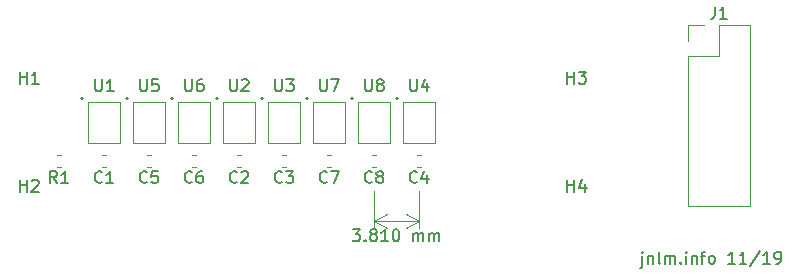
<source format=gto>
G04 #@! TF.GenerationSoftware,KiCad,Pcbnew,5.1.4-e60b266~84~ubuntu18.04.1*
G04 #@! TF.CreationDate,2019-11-10T13:24:48-08:00*
G04 #@! TF.ProjectId,mic,6d69632e-6b69-4636-9164-5f7063625858,rev?*
G04 #@! TF.SameCoordinates,Original*
G04 #@! TF.FileFunction,Legend,Top*
G04 #@! TF.FilePolarity,Positive*
%FSLAX46Y46*%
G04 Gerber Fmt 4.6, Leading zero omitted, Abs format (unit mm)*
G04 Created by KiCad (PCBNEW 5.1.4-e60b266~84~ubuntu18.04.1) date 2019-11-10 13:24:48*
%MOMM*%
%LPD*%
G04 APERTURE LIST*
%ADD10C,0.150000*%
%ADD11C,0.120000*%
G04 APERTURE END LIST*
D10*
X170037857Y-112180714D02*
X170037857Y-113037857D01*
X169990238Y-113133095D01*
X169895000Y-113180714D01*
X169847380Y-113180714D01*
X170037857Y-111847380D02*
X169990238Y-111895000D01*
X170037857Y-111942619D01*
X170085476Y-111895000D01*
X170037857Y-111847380D01*
X170037857Y-111942619D01*
X170514047Y-112180714D02*
X170514047Y-112847380D01*
X170514047Y-112275952D02*
X170561666Y-112228333D01*
X170656904Y-112180714D01*
X170799761Y-112180714D01*
X170895000Y-112228333D01*
X170942619Y-112323571D01*
X170942619Y-112847380D01*
X171561666Y-112847380D02*
X171466428Y-112799761D01*
X171418809Y-112704523D01*
X171418809Y-111847380D01*
X171942619Y-112847380D02*
X171942619Y-112180714D01*
X171942619Y-112275952D02*
X171990238Y-112228333D01*
X172085476Y-112180714D01*
X172228333Y-112180714D01*
X172323571Y-112228333D01*
X172371190Y-112323571D01*
X172371190Y-112847380D01*
X172371190Y-112323571D02*
X172418809Y-112228333D01*
X172514047Y-112180714D01*
X172656904Y-112180714D01*
X172752142Y-112228333D01*
X172799761Y-112323571D01*
X172799761Y-112847380D01*
X173275952Y-112752142D02*
X173323571Y-112799761D01*
X173275952Y-112847380D01*
X173228333Y-112799761D01*
X173275952Y-112752142D01*
X173275952Y-112847380D01*
X173752142Y-112847380D02*
X173752142Y-112180714D01*
X173752142Y-111847380D02*
X173704523Y-111895000D01*
X173752142Y-111942619D01*
X173799761Y-111895000D01*
X173752142Y-111847380D01*
X173752142Y-111942619D01*
X174228333Y-112180714D02*
X174228333Y-112847380D01*
X174228333Y-112275952D02*
X174275952Y-112228333D01*
X174371190Y-112180714D01*
X174514047Y-112180714D01*
X174609285Y-112228333D01*
X174656904Y-112323571D01*
X174656904Y-112847380D01*
X174990238Y-112180714D02*
X175371190Y-112180714D01*
X175133095Y-112847380D02*
X175133095Y-111990238D01*
X175180714Y-111895000D01*
X175275952Y-111847380D01*
X175371190Y-111847380D01*
X175847380Y-112847380D02*
X175752142Y-112799761D01*
X175704523Y-112752142D01*
X175656904Y-112656904D01*
X175656904Y-112371190D01*
X175704523Y-112275952D01*
X175752142Y-112228333D01*
X175847380Y-112180714D01*
X175990238Y-112180714D01*
X176085476Y-112228333D01*
X176133095Y-112275952D01*
X176180714Y-112371190D01*
X176180714Y-112656904D01*
X176133095Y-112752142D01*
X176085476Y-112799761D01*
X175990238Y-112847380D01*
X175847380Y-112847380D01*
X177895000Y-112847380D02*
X177323571Y-112847380D01*
X177609285Y-112847380D02*
X177609285Y-111847380D01*
X177514047Y-111990238D01*
X177418809Y-112085476D01*
X177323571Y-112133095D01*
X178847380Y-112847380D02*
X178275952Y-112847380D01*
X178561666Y-112847380D02*
X178561666Y-111847380D01*
X178466428Y-111990238D01*
X178371190Y-112085476D01*
X178275952Y-112133095D01*
X179990238Y-111799761D02*
X179133095Y-113085476D01*
X180847380Y-112847380D02*
X180275952Y-112847380D01*
X180561666Y-112847380D02*
X180561666Y-111847380D01*
X180466428Y-111990238D01*
X180371190Y-112085476D01*
X180275952Y-112133095D01*
X181323571Y-112847380D02*
X181514047Y-112847380D01*
X181609285Y-112799761D01*
X181656904Y-112752142D01*
X181752142Y-112609285D01*
X181799761Y-112418809D01*
X181799761Y-112037857D01*
X181752142Y-111942619D01*
X181704523Y-111895000D01*
X181609285Y-111847380D01*
X181418809Y-111847380D01*
X181323571Y-111895000D01*
X181275952Y-111942619D01*
X181228333Y-112037857D01*
X181228333Y-112275952D01*
X181275952Y-112371190D01*
X181323571Y-112418809D01*
X181418809Y-112466428D01*
X181609285Y-112466428D01*
X181704523Y-112418809D01*
X181752142Y-112371190D01*
X181799761Y-112275952D01*
X145510714Y-109942380D02*
X146129761Y-109942380D01*
X145796428Y-110323333D01*
X145939285Y-110323333D01*
X146034523Y-110370952D01*
X146082142Y-110418571D01*
X146129761Y-110513809D01*
X146129761Y-110751904D01*
X146082142Y-110847142D01*
X146034523Y-110894761D01*
X145939285Y-110942380D01*
X145653571Y-110942380D01*
X145558333Y-110894761D01*
X145510714Y-110847142D01*
X146558333Y-110847142D02*
X146605952Y-110894761D01*
X146558333Y-110942380D01*
X146510714Y-110894761D01*
X146558333Y-110847142D01*
X146558333Y-110942380D01*
X147177380Y-110370952D02*
X147082142Y-110323333D01*
X147034523Y-110275714D01*
X146986904Y-110180476D01*
X146986904Y-110132857D01*
X147034523Y-110037619D01*
X147082142Y-109990000D01*
X147177380Y-109942380D01*
X147367857Y-109942380D01*
X147463095Y-109990000D01*
X147510714Y-110037619D01*
X147558333Y-110132857D01*
X147558333Y-110180476D01*
X147510714Y-110275714D01*
X147463095Y-110323333D01*
X147367857Y-110370952D01*
X147177380Y-110370952D01*
X147082142Y-110418571D01*
X147034523Y-110466190D01*
X146986904Y-110561428D01*
X146986904Y-110751904D01*
X147034523Y-110847142D01*
X147082142Y-110894761D01*
X147177380Y-110942380D01*
X147367857Y-110942380D01*
X147463095Y-110894761D01*
X147510714Y-110847142D01*
X147558333Y-110751904D01*
X147558333Y-110561428D01*
X147510714Y-110466190D01*
X147463095Y-110418571D01*
X147367857Y-110370952D01*
X148510714Y-110942380D02*
X147939285Y-110942380D01*
X148225000Y-110942380D02*
X148225000Y-109942380D01*
X148129761Y-110085238D01*
X148034523Y-110180476D01*
X147939285Y-110228095D01*
X149129761Y-109942380D02*
X149225000Y-109942380D01*
X149320238Y-109990000D01*
X149367857Y-110037619D01*
X149415476Y-110132857D01*
X149463095Y-110323333D01*
X149463095Y-110561428D01*
X149415476Y-110751904D01*
X149367857Y-110847142D01*
X149320238Y-110894761D01*
X149225000Y-110942380D01*
X149129761Y-110942380D01*
X149034523Y-110894761D01*
X148986904Y-110847142D01*
X148939285Y-110751904D01*
X148891666Y-110561428D01*
X148891666Y-110323333D01*
X148939285Y-110132857D01*
X148986904Y-110037619D01*
X149034523Y-109990000D01*
X149129761Y-109942380D01*
X150653571Y-110942380D02*
X150653571Y-110275714D01*
X150653571Y-110370952D02*
X150701190Y-110323333D01*
X150796428Y-110275714D01*
X150939285Y-110275714D01*
X151034523Y-110323333D01*
X151082142Y-110418571D01*
X151082142Y-110942380D01*
X151082142Y-110418571D02*
X151129761Y-110323333D01*
X151225000Y-110275714D01*
X151367857Y-110275714D01*
X151463095Y-110323333D01*
X151510714Y-110418571D01*
X151510714Y-110942380D01*
X151986904Y-110942380D02*
X151986904Y-110275714D01*
X151986904Y-110370952D02*
X152034523Y-110323333D01*
X152129761Y-110275714D01*
X152272619Y-110275714D01*
X152367857Y-110323333D01*
X152415476Y-110418571D01*
X152415476Y-110942380D01*
X152415476Y-110418571D02*
X152463095Y-110323333D01*
X152558333Y-110275714D01*
X152701190Y-110275714D01*
X152796428Y-110323333D01*
X152844047Y-110418571D01*
X152844047Y-110942380D01*
D11*
X147320000Y-109220000D02*
X151130000Y-109220000D01*
X147320000Y-106680000D02*
X147320000Y-109806421D01*
X151130000Y-106680000D02*
X151130000Y-109806421D01*
X151130000Y-109220000D02*
X150003496Y-109806421D01*
X151130000Y-109220000D02*
X150003496Y-108633579D01*
X147320000Y-109220000D02*
X148446504Y-109806421D01*
X147320000Y-109220000D02*
X148446504Y-108633579D01*
X120812779Y-103630000D02*
X120487221Y-103630000D01*
X120812779Y-104650000D02*
X120487221Y-104650000D01*
X147482779Y-103630000D02*
X147157221Y-103630000D01*
X147482779Y-104650000D02*
X147157221Y-104650000D01*
X143672779Y-103630000D02*
X143347221Y-103630000D01*
X143672779Y-104650000D02*
X143347221Y-104650000D01*
X132242779Y-103630000D02*
X131917221Y-103630000D01*
X132242779Y-104650000D02*
X131917221Y-104650000D01*
X128432779Y-103630000D02*
X128107221Y-103630000D01*
X128432779Y-104650000D02*
X128107221Y-104650000D01*
X151292779Y-103630000D02*
X150967221Y-103630000D01*
X151292779Y-104650000D02*
X150967221Y-104650000D01*
X139862779Y-103630000D02*
X139537221Y-103630000D01*
X139862779Y-104650000D02*
X139537221Y-104650000D01*
X136052779Y-103630000D02*
X135727221Y-103630000D01*
X136052779Y-104650000D02*
X135727221Y-104650000D01*
X124622779Y-103630000D02*
X124297221Y-103630000D01*
X124622779Y-104650000D02*
X124297221Y-104650000D01*
X173930000Y-92650000D02*
X175260000Y-92650000D01*
X173930000Y-93980000D02*
X173930000Y-92650000D01*
X176530000Y-92650000D02*
X179130000Y-92650000D01*
X176530000Y-95250000D02*
X176530000Y-92650000D01*
X173930000Y-95250000D02*
X176530000Y-95250000D01*
X179130000Y-92650000D02*
X179130000Y-108010000D01*
X173930000Y-95250000D02*
X173930000Y-108010000D01*
X173930000Y-108010000D02*
X179130000Y-108010000D01*
D10*
X145553574Y-98855672D02*
G75*
G03X145553574Y-98855672I-75000J0D01*
G01*
D11*
X148640000Y-99140000D02*
X146000000Y-99140000D01*
X148640000Y-102640000D02*
X148640000Y-99140000D01*
X146000000Y-102640000D02*
X148640000Y-102640000D01*
X146000000Y-99140000D02*
X146000000Y-102640000D01*
D10*
X141743574Y-98855672D02*
G75*
G03X141743574Y-98855672I-75000J0D01*
G01*
D11*
X144830000Y-99140000D02*
X142190000Y-99140000D01*
X144830000Y-102640000D02*
X144830000Y-99140000D01*
X142190000Y-102640000D02*
X144830000Y-102640000D01*
X142190000Y-99140000D02*
X142190000Y-102640000D01*
D10*
X130313574Y-98855672D02*
G75*
G03X130313574Y-98855672I-75000J0D01*
G01*
D11*
X133400000Y-99140000D02*
X130760000Y-99140000D01*
X133400000Y-102640000D02*
X133400000Y-99140000D01*
X130760000Y-102640000D02*
X133400000Y-102640000D01*
X130760000Y-99140000D02*
X130760000Y-102640000D01*
D10*
X126503574Y-98855672D02*
G75*
G03X126503574Y-98855672I-75000J0D01*
G01*
D11*
X129590000Y-99140000D02*
X126950000Y-99140000D01*
X129590000Y-102640000D02*
X129590000Y-99140000D01*
X126950000Y-102640000D02*
X129590000Y-102640000D01*
X126950000Y-99140000D02*
X126950000Y-102640000D01*
D10*
X149363574Y-98855672D02*
G75*
G03X149363574Y-98855672I-75000J0D01*
G01*
D11*
X152450000Y-99140000D02*
X149810000Y-99140000D01*
X152450000Y-102640000D02*
X152450000Y-99140000D01*
X149810000Y-102640000D02*
X152450000Y-102640000D01*
X149810000Y-99140000D02*
X149810000Y-102640000D01*
D10*
X137933574Y-98855672D02*
G75*
G03X137933574Y-98855672I-75000J0D01*
G01*
D11*
X141020000Y-99140000D02*
X138380000Y-99140000D01*
X141020000Y-102640000D02*
X141020000Y-99140000D01*
X138380000Y-102640000D02*
X141020000Y-102640000D01*
X138380000Y-99140000D02*
X138380000Y-102640000D01*
D10*
X134123574Y-98855672D02*
G75*
G03X134123574Y-98855672I-75000J0D01*
G01*
D11*
X137210000Y-99140000D02*
X134570000Y-99140000D01*
X137210000Y-102640000D02*
X137210000Y-99140000D01*
X134570000Y-102640000D02*
X137210000Y-102640000D01*
X134570000Y-99140000D02*
X134570000Y-102640000D01*
D10*
X122693574Y-98855672D02*
G75*
G03X122693574Y-98855672I-75000J0D01*
G01*
D11*
X125780000Y-99140000D02*
X123140000Y-99140000D01*
X125780000Y-102640000D02*
X125780000Y-99140000D01*
X123140000Y-102640000D02*
X125780000Y-102640000D01*
X123140000Y-99140000D02*
X123140000Y-102640000D01*
D10*
X163703095Y-106742380D02*
X163703095Y-105742380D01*
X163703095Y-106218571D02*
X164274523Y-106218571D01*
X164274523Y-106742380D02*
X164274523Y-105742380D01*
X165179285Y-106075714D02*
X165179285Y-106742380D01*
X164941190Y-105694761D02*
X164703095Y-106409047D01*
X165322142Y-106409047D01*
X163703095Y-97607380D02*
X163703095Y-96607380D01*
X163703095Y-97083571D02*
X164274523Y-97083571D01*
X164274523Y-97607380D02*
X164274523Y-96607380D01*
X164655476Y-96607380D02*
X165274523Y-96607380D01*
X164941190Y-96988333D01*
X165084047Y-96988333D01*
X165179285Y-97035952D01*
X165226904Y-97083571D01*
X165274523Y-97178809D01*
X165274523Y-97416904D01*
X165226904Y-97512142D01*
X165179285Y-97559761D01*
X165084047Y-97607380D01*
X164798333Y-97607380D01*
X164703095Y-97559761D01*
X164655476Y-97512142D01*
X117348095Y-106742380D02*
X117348095Y-105742380D01*
X117348095Y-106218571D02*
X117919523Y-106218571D01*
X117919523Y-106742380D02*
X117919523Y-105742380D01*
X118348095Y-105837619D02*
X118395714Y-105790000D01*
X118490952Y-105742380D01*
X118729047Y-105742380D01*
X118824285Y-105790000D01*
X118871904Y-105837619D01*
X118919523Y-105932857D01*
X118919523Y-106028095D01*
X118871904Y-106170952D01*
X118300476Y-106742380D01*
X118919523Y-106742380D01*
X117348095Y-97607380D02*
X117348095Y-96607380D01*
X117348095Y-97083571D02*
X117919523Y-97083571D01*
X117919523Y-97607380D02*
X117919523Y-96607380D01*
X118919523Y-97607380D02*
X118348095Y-97607380D01*
X118633809Y-97607380D02*
X118633809Y-96607380D01*
X118538571Y-96750238D01*
X118443333Y-96845476D01*
X118348095Y-96893095D01*
X120483333Y-106022380D02*
X120150000Y-105546190D01*
X119911904Y-106022380D02*
X119911904Y-105022380D01*
X120292857Y-105022380D01*
X120388095Y-105070000D01*
X120435714Y-105117619D01*
X120483333Y-105212857D01*
X120483333Y-105355714D01*
X120435714Y-105450952D01*
X120388095Y-105498571D01*
X120292857Y-105546190D01*
X119911904Y-105546190D01*
X121435714Y-106022380D02*
X120864285Y-106022380D01*
X121150000Y-106022380D02*
X121150000Y-105022380D01*
X121054761Y-105165238D01*
X120959523Y-105260476D01*
X120864285Y-105308095D01*
X147153333Y-105927142D02*
X147105714Y-105974761D01*
X146962857Y-106022380D01*
X146867619Y-106022380D01*
X146724761Y-105974761D01*
X146629523Y-105879523D01*
X146581904Y-105784285D01*
X146534285Y-105593809D01*
X146534285Y-105450952D01*
X146581904Y-105260476D01*
X146629523Y-105165238D01*
X146724761Y-105070000D01*
X146867619Y-105022380D01*
X146962857Y-105022380D01*
X147105714Y-105070000D01*
X147153333Y-105117619D01*
X147724761Y-105450952D02*
X147629523Y-105403333D01*
X147581904Y-105355714D01*
X147534285Y-105260476D01*
X147534285Y-105212857D01*
X147581904Y-105117619D01*
X147629523Y-105070000D01*
X147724761Y-105022380D01*
X147915238Y-105022380D01*
X148010476Y-105070000D01*
X148058095Y-105117619D01*
X148105714Y-105212857D01*
X148105714Y-105260476D01*
X148058095Y-105355714D01*
X148010476Y-105403333D01*
X147915238Y-105450952D01*
X147724761Y-105450952D01*
X147629523Y-105498571D01*
X147581904Y-105546190D01*
X147534285Y-105641428D01*
X147534285Y-105831904D01*
X147581904Y-105927142D01*
X147629523Y-105974761D01*
X147724761Y-106022380D01*
X147915238Y-106022380D01*
X148010476Y-105974761D01*
X148058095Y-105927142D01*
X148105714Y-105831904D01*
X148105714Y-105641428D01*
X148058095Y-105546190D01*
X148010476Y-105498571D01*
X147915238Y-105450952D01*
X143343333Y-105927142D02*
X143295714Y-105974761D01*
X143152857Y-106022380D01*
X143057619Y-106022380D01*
X142914761Y-105974761D01*
X142819523Y-105879523D01*
X142771904Y-105784285D01*
X142724285Y-105593809D01*
X142724285Y-105450952D01*
X142771904Y-105260476D01*
X142819523Y-105165238D01*
X142914761Y-105070000D01*
X143057619Y-105022380D01*
X143152857Y-105022380D01*
X143295714Y-105070000D01*
X143343333Y-105117619D01*
X143676666Y-105022380D02*
X144343333Y-105022380D01*
X143914761Y-106022380D01*
X131913333Y-105927142D02*
X131865714Y-105974761D01*
X131722857Y-106022380D01*
X131627619Y-106022380D01*
X131484761Y-105974761D01*
X131389523Y-105879523D01*
X131341904Y-105784285D01*
X131294285Y-105593809D01*
X131294285Y-105450952D01*
X131341904Y-105260476D01*
X131389523Y-105165238D01*
X131484761Y-105070000D01*
X131627619Y-105022380D01*
X131722857Y-105022380D01*
X131865714Y-105070000D01*
X131913333Y-105117619D01*
X132770476Y-105022380D02*
X132580000Y-105022380D01*
X132484761Y-105070000D01*
X132437142Y-105117619D01*
X132341904Y-105260476D01*
X132294285Y-105450952D01*
X132294285Y-105831904D01*
X132341904Y-105927142D01*
X132389523Y-105974761D01*
X132484761Y-106022380D01*
X132675238Y-106022380D01*
X132770476Y-105974761D01*
X132818095Y-105927142D01*
X132865714Y-105831904D01*
X132865714Y-105593809D01*
X132818095Y-105498571D01*
X132770476Y-105450952D01*
X132675238Y-105403333D01*
X132484761Y-105403333D01*
X132389523Y-105450952D01*
X132341904Y-105498571D01*
X132294285Y-105593809D01*
X128103333Y-105927142D02*
X128055714Y-105974761D01*
X127912857Y-106022380D01*
X127817619Y-106022380D01*
X127674761Y-105974761D01*
X127579523Y-105879523D01*
X127531904Y-105784285D01*
X127484285Y-105593809D01*
X127484285Y-105450952D01*
X127531904Y-105260476D01*
X127579523Y-105165238D01*
X127674761Y-105070000D01*
X127817619Y-105022380D01*
X127912857Y-105022380D01*
X128055714Y-105070000D01*
X128103333Y-105117619D01*
X129008095Y-105022380D02*
X128531904Y-105022380D01*
X128484285Y-105498571D01*
X128531904Y-105450952D01*
X128627142Y-105403333D01*
X128865238Y-105403333D01*
X128960476Y-105450952D01*
X129008095Y-105498571D01*
X129055714Y-105593809D01*
X129055714Y-105831904D01*
X129008095Y-105927142D01*
X128960476Y-105974761D01*
X128865238Y-106022380D01*
X128627142Y-106022380D01*
X128531904Y-105974761D01*
X128484285Y-105927142D01*
X150963333Y-105927142D02*
X150915714Y-105974761D01*
X150772857Y-106022380D01*
X150677619Y-106022380D01*
X150534761Y-105974761D01*
X150439523Y-105879523D01*
X150391904Y-105784285D01*
X150344285Y-105593809D01*
X150344285Y-105450952D01*
X150391904Y-105260476D01*
X150439523Y-105165238D01*
X150534761Y-105070000D01*
X150677619Y-105022380D01*
X150772857Y-105022380D01*
X150915714Y-105070000D01*
X150963333Y-105117619D01*
X151820476Y-105355714D02*
X151820476Y-106022380D01*
X151582380Y-104974761D02*
X151344285Y-105689047D01*
X151963333Y-105689047D01*
X139533333Y-105927142D02*
X139485714Y-105974761D01*
X139342857Y-106022380D01*
X139247619Y-106022380D01*
X139104761Y-105974761D01*
X139009523Y-105879523D01*
X138961904Y-105784285D01*
X138914285Y-105593809D01*
X138914285Y-105450952D01*
X138961904Y-105260476D01*
X139009523Y-105165238D01*
X139104761Y-105070000D01*
X139247619Y-105022380D01*
X139342857Y-105022380D01*
X139485714Y-105070000D01*
X139533333Y-105117619D01*
X139866666Y-105022380D02*
X140485714Y-105022380D01*
X140152380Y-105403333D01*
X140295238Y-105403333D01*
X140390476Y-105450952D01*
X140438095Y-105498571D01*
X140485714Y-105593809D01*
X140485714Y-105831904D01*
X140438095Y-105927142D01*
X140390476Y-105974761D01*
X140295238Y-106022380D01*
X140009523Y-106022380D01*
X139914285Y-105974761D01*
X139866666Y-105927142D01*
X135723333Y-105927142D02*
X135675714Y-105974761D01*
X135532857Y-106022380D01*
X135437619Y-106022380D01*
X135294761Y-105974761D01*
X135199523Y-105879523D01*
X135151904Y-105784285D01*
X135104285Y-105593809D01*
X135104285Y-105450952D01*
X135151904Y-105260476D01*
X135199523Y-105165238D01*
X135294761Y-105070000D01*
X135437619Y-105022380D01*
X135532857Y-105022380D01*
X135675714Y-105070000D01*
X135723333Y-105117619D01*
X136104285Y-105117619D02*
X136151904Y-105070000D01*
X136247142Y-105022380D01*
X136485238Y-105022380D01*
X136580476Y-105070000D01*
X136628095Y-105117619D01*
X136675714Y-105212857D01*
X136675714Y-105308095D01*
X136628095Y-105450952D01*
X136056666Y-106022380D01*
X136675714Y-106022380D01*
X124293333Y-105927142D02*
X124245714Y-105974761D01*
X124102857Y-106022380D01*
X124007619Y-106022380D01*
X123864761Y-105974761D01*
X123769523Y-105879523D01*
X123721904Y-105784285D01*
X123674285Y-105593809D01*
X123674285Y-105450952D01*
X123721904Y-105260476D01*
X123769523Y-105165238D01*
X123864761Y-105070000D01*
X124007619Y-105022380D01*
X124102857Y-105022380D01*
X124245714Y-105070000D01*
X124293333Y-105117619D01*
X125245714Y-106022380D02*
X124674285Y-106022380D01*
X124960000Y-106022380D02*
X124960000Y-105022380D01*
X124864761Y-105165238D01*
X124769523Y-105260476D01*
X124674285Y-105308095D01*
X176196666Y-91102380D02*
X176196666Y-91816666D01*
X176149047Y-91959523D01*
X176053809Y-92054761D01*
X175910952Y-92102380D01*
X175815714Y-92102380D01*
X177196666Y-92102380D02*
X176625238Y-92102380D01*
X176910952Y-92102380D02*
X176910952Y-91102380D01*
X176815714Y-91245238D01*
X176720476Y-91340476D01*
X176625238Y-91388095D01*
X146558095Y-97242380D02*
X146558095Y-98051904D01*
X146605714Y-98147142D01*
X146653333Y-98194761D01*
X146748571Y-98242380D01*
X146939047Y-98242380D01*
X147034285Y-98194761D01*
X147081904Y-98147142D01*
X147129523Y-98051904D01*
X147129523Y-97242380D01*
X147748571Y-97670952D02*
X147653333Y-97623333D01*
X147605714Y-97575714D01*
X147558095Y-97480476D01*
X147558095Y-97432857D01*
X147605714Y-97337619D01*
X147653333Y-97290000D01*
X147748571Y-97242380D01*
X147939047Y-97242380D01*
X148034285Y-97290000D01*
X148081904Y-97337619D01*
X148129523Y-97432857D01*
X148129523Y-97480476D01*
X148081904Y-97575714D01*
X148034285Y-97623333D01*
X147939047Y-97670952D01*
X147748571Y-97670952D01*
X147653333Y-97718571D01*
X147605714Y-97766190D01*
X147558095Y-97861428D01*
X147558095Y-98051904D01*
X147605714Y-98147142D01*
X147653333Y-98194761D01*
X147748571Y-98242380D01*
X147939047Y-98242380D01*
X148034285Y-98194761D01*
X148081904Y-98147142D01*
X148129523Y-98051904D01*
X148129523Y-97861428D01*
X148081904Y-97766190D01*
X148034285Y-97718571D01*
X147939047Y-97670952D01*
X142748095Y-97242380D02*
X142748095Y-98051904D01*
X142795714Y-98147142D01*
X142843333Y-98194761D01*
X142938571Y-98242380D01*
X143129047Y-98242380D01*
X143224285Y-98194761D01*
X143271904Y-98147142D01*
X143319523Y-98051904D01*
X143319523Y-97242380D01*
X143700476Y-97242380D02*
X144367142Y-97242380D01*
X143938571Y-98242380D01*
X131318095Y-97242380D02*
X131318095Y-98051904D01*
X131365714Y-98147142D01*
X131413333Y-98194761D01*
X131508571Y-98242380D01*
X131699047Y-98242380D01*
X131794285Y-98194761D01*
X131841904Y-98147142D01*
X131889523Y-98051904D01*
X131889523Y-97242380D01*
X132794285Y-97242380D02*
X132603809Y-97242380D01*
X132508571Y-97290000D01*
X132460952Y-97337619D01*
X132365714Y-97480476D01*
X132318095Y-97670952D01*
X132318095Y-98051904D01*
X132365714Y-98147142D01*
X132413333Y-98194761D01*
X132508571Y-98242380D01*
X132699047Y-98242380D01*
X132794285Y-98194761D01*
X132841904Y-98147142D01*
X132889523Y-98051904D01*
X132889523Y-97813809D01*
X132841904Y-97718571D01*
X132794285Y-97670952D01*
X132699047Y-97623333D01*
X132508571Y-97623333D01*
X132413333Y-97670952D01*
X132365714Y-97718571D01*
X132318095Y-97813809D01*
X127508095Y-97242380D02*
X127508095Y-98051904D01*
X127555714Y-98147142D01*
X127603333Y-98194761D01*
X127698571Y-98242380D01*
X127889047Y-98242380D01*
X127984285Y-98194761D01*
X128031904Y-98147142D01*
X128079523Y-98051904D01*
X128079523Y-97242380D01*
X129031904Y-97242380D02*
X128555714Y-97242380D01*
X128508095Y-97718571D01*
X128555714Y-97670952D01*
X128650952Y-97623333D01*
X128889047Y-97623333D01*
X128984285Y-97670952D01*
X129031904Y-97718571D01*
X129079523Y-97813809D01*
X129079523Y-98051904D01*
X129031904Y-98147142D01*
X128984285Y-98194761D01*
X128889047Y-98242380D01*
X128650952Y-98242380D01*
X128555714Y-98194761D01*
X128508095Y-98147142D01*
X150368095Y-97242380D02*
X150368095Y-98051904D01*
X150415714Y-98147142D01*
X150463333Y-98194761D01*
X150558571Y-98242380D01*
X150749047Y-98242380D01*
X150844285Y-98194761D01*
X150891904Y-98147142D01*
X150939523Y-98051904D01*
X150939523Y-97242380D01*
X151844285Y-97575714D02*
X151844285Y-98242380D01*
X151606190Y-97194761D02*
X151368095Y-97909047D01*
X151987142Y-97909047D01*
X138938095Y-97242380D02*
X138938095Y-98051904D01*
X138985714Y-98147142D01*
X139033333Y-98194761D01*
X139128571Y-98242380D01*
X139319047Y-98242380D01*
X139414285Y-98194761D01*
X139461904Y-98147142D01*
X139509523Y-98051904D01*
X139509523Y-97242380D01*
X139890476Y-97242380D02*
X140509523Y-97242380D01*
X140176190Y-97623333D01*
X140319047Y-97623333D01*
X140414285Y-97670952D01*
X140461904Y-97718571D01*
X140509523Y-97813809D01*
X140509523Y-98051904D01*
X140461904Y-98147142D01*
X140414285Y-98194761D01*
X140319047Y-98242380D01*
X140033333Y-98242380D01*
X139938095Y-98194761D01*
X139890476Y-98147142D01*
X135128095Y-97242380D02*
X135128095Y-98051904D01*
X135175714Y-98147142D01*
X135223333Y-98194761D01*
X135318571Y-98242380D01*
X135509047Y-98242380D01*
X135604285Y-98194761D01*
X135651904Y-98147142D01*
X135699523Y-98051904D01*
X135699523Y-97242380D01*
X136128095Y-97337619D02*
X136175714Y-97290000D01*
X136270952Y-97242380D01*
X136509047Y-97242380D01*
X136604285Y-97290000D01*
X136651904Y-97337619D01*
X136699523Y-97432857D01*
X136699523Y-97528095D01*
X136651904Y-97670952D01*
X136080476Y-98242380D01*
X136699523Y-98242380D01*
X123698095Y-97242380D02*
X123698095Y-98051904D01*
X123745714Y-98147142D01*
X123793333Y-98194761D01*
X123888571Y-98242380D01*
X124079047Y-98242380D01*
X124174285Y-98194761D01*
X124221904Y-98147142D01*
X124269523Y-98051904D01*
X124269523Y-97242380D01*
X125269523Y-98242380D02*
X124698095Y-98242380D01*
X124983809Y-98242380D02*
X124983809Y-97242380D01*
X124888571Y-97385238D01*
X124793333Y-97480476D01*
X124698095Y-97528095D01*
M02*

</source>
